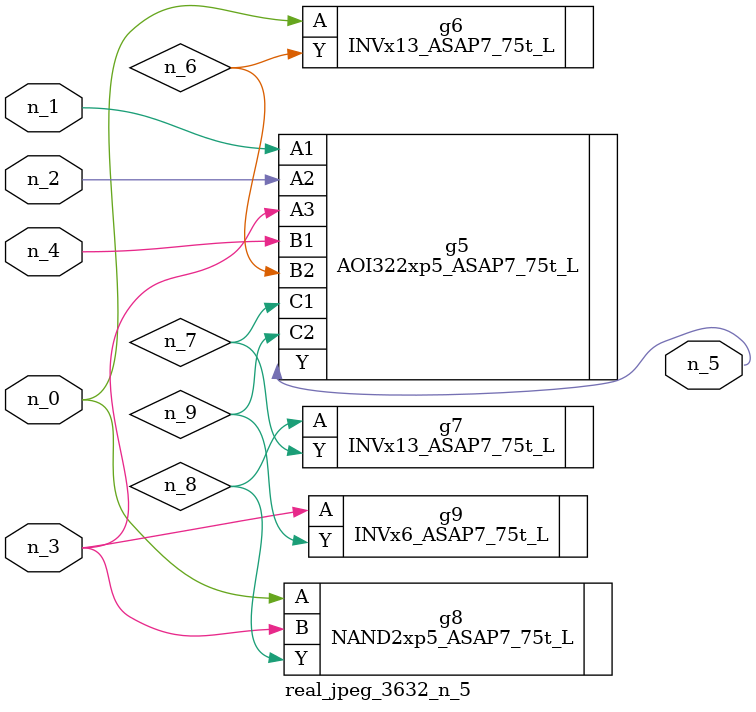
<source format=v>
module real_jpeg_3632_n_5 (n_4, n_0, n_1, n_2, n_3, n_5);

input n_4;
input n_0;
input n_1;
input n_2;
input n_3;

output n_5;

wire n_8;
wire n_6;
wire n_7;
wire n_9;

INVx13_ASAP7_75t_L g6 ( 
.A(n_0),
.Y(n_6)
);

NAND2xp5_ASAP7_75t_L g8 ( 
.A(n_0),
.B(n_3),
.Y(n_8)
);

AOI322xp5_ASAP7_75t_L g5 ( 
.A1(n_1),
.A2(n_2),
.A3(n_3),
.B1(n_4),
.B2(n_6),
.C1(n_7),
.C2(n_9),
.Y(n_5)
);

INVx6_ASAP7_75t_L g9 ( 
.A(n_3),
.Y(n_9)
);

INVx13_ASAP7_75t_L g7 ( 
.A(n_8),
.Y(n_7)
);


endmodule
</source>
